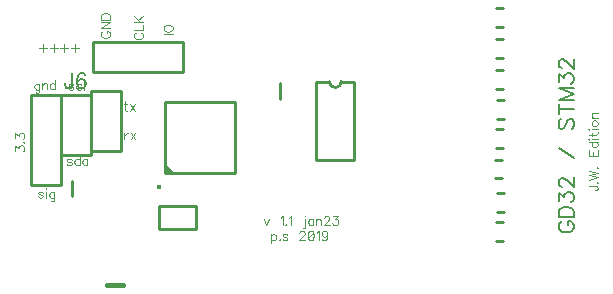
<source format=gto>
G04 DipTrace 3.0.0.2*
G04 gd32f350withholtekregSHUNT.GTO*
%MOIN*%
G04 #@! TF.FileFunction,Legend,Top*
G04 #@! TF.Part,Single*
%ADD10C,0.009843*%
%ADD43C,0.015709*%
%ADD97C,0.00772*%
%ADD98C,0.004632*%
%ADD99C,0.015439*%
%FSLAX26Y26*%
G04*
G70*
G90*
G75*
G01*
G04 TopSilk*
%LPD*%
X1295686Y1153741D2*
D10*
Y1102600D1*
X600076Y779037D2*
Y830178D1*
X970507Y1290371D2*
Y1190371D1*
X670507D1*
Y1290371D2*
Y1190371D1*
X970507Y1290371D2*
X670507D1*
X663038Y928318D2*
X763038D1*
X663038Y1128318D2*
Y928318D1*
Y1128318D2*
X763038D1*
Y928318D1*
X563787Y814664D2*
X463787D1*
Y1114664D1*
X563787D2*
X463787D1*
X563787Y814664D2*
Y1114664D1*
X563150Y914722D2*
X663150D1*
X563150Y1114722D2*
Y914722D1*
Y1114722D2*
X663150D1*
Y914722D1*
X2012882Y1342097D2*
X2036441D1*
X2012882Y1405026D2*
X2036441D1*
X2012882Y1237715D2*
X2036441D1*
X2012882Y1300644D2*
X2036441D1*
X2012882Y1136699D2*
X2036441D1*
X2012882Y1199629D2*
X2036441D1*
X2016249Y1035685D2*
X2039808D1*
X2016249Y1098614D2*
X2039808D1*
X2012882Y938037D2*
X2036441D1*
X2012882Y1000966D2*
X2036441D1*
X2009514Y837022D2*
X2033073D1*
X2009514Y899951D2*
X2033073D1*
X2016249Y725906D2*
X2039808D1*
X2016249Y788835D2*
X2039808D1*
X2012882Y628257D2*
X2036441D1*
X2012882Y691186D2*
X2036441D1*
X1415946Y1159568D2*
Y899708D1*
X1541918Y1159568D2*
Y899708D1*
X1415946D2*
X1541918D1*
X1415946Y1159568D2*
X1459243D1*
X1498620D2*
X1541918D1*
X1459243D2*
G03X1498620Y1159568I19689J-9D01*
G01*
X909812Y856530D2*
X1146033D1*
Y1092829D1*
X909812D1*
Y856530D1*
G36*
D2*
X941308D1*
X909812Y888066D1*
Y856530D1*
G37*
D43*
X892076Y809306D3*
X891123Y743912D2*
D10*
X1016123D1*
Y668912D1*
X891123D1*
Y743912D1*
X601865Y1187945D2*
D97*
Y1149698D1*
X599489Y1142513D1*
X597057Y1140137D1*
X592303Y1137705D1*
X587495D1*
X582742Y1140137D1*
X580365Y1142513D1*
X577933Y1149698D1*
Y1154452D1*
X645989Y1180760D2*
X643613Y1185513D1*
X636428Y1187890D1*
X631674D1*
X624489Y1185513D1*
X619681Y1178328D1*
X617304Y1166390D1*
Y1154452D1*
X619681Y1144890D1*
X624489Y1140081D1*
X631674Y1137705D1*
X634051D1*
X641181Y1140081D1*
X645989Y1144890D1*
X648366Y1152075D1*
Y1154452D1*
X645989Y1161637D1*
X641181Y1166390D1*
X634051Y1168766D1*
X631674D1*
X624489Y1166390D1*
X619681Y1161637D1*
X617304Y1154452D1*
X906145Y1317288D2*
D98*
X936289D1*
X906145Y1335174D2*
X907571Y1332289D1*
X910456Y1329437D1*
X913308Y1327978D1*
X917619Y1326552D1*
X924815D1*
X929093Y1327978D1*
X931978Y1329437D1*
X934830Y1332289D1*
X936289Y1335174D1*
Y1340911D1*
X934830Y1343763D1*
X931978Y1346648D1*
X929093Y1348074D1*
X924815Y1349500D1*
X917619D1*
X913308Y1348074D1*
X910456Y1346648D1*
X907571Y1343763D1*
X906145Y1340911D1*
Y1335174D1*
X814662Y1322973D2*
X811810Y1321547D1*
X808925Y1318662D1*
X807499Y1315810D1*
Y1310073D1*
X808925Y1307188D1*
X811810Y1304336D1*
X814662Y1302877D1*
X818973Y1301451D1*
X826169D1*
X830447Y1302877D1*
X833332Y1304336D1*
X836184Y1307188D1*
X837643Y1310073D1*
Y1315810D1*
X836184Y1318662D1*
X833332Y1321547D1*
X830447Y1322973D1*
X807499Y1332237D2*
X837643D1*
Y1349448D1*
X807499Y1358711D2*
X837643D1*
X807499Y1378807D2*
X827595Y1358711D1*
X820399Y1365874D2*
X837643Y1378807D1*
X704988Y1328264D2*
X702136Y1326839D1*
X699251Y1323953D1*
X697825Y1321102D1*
Y1315365D1*
X699251Y1312480D1*
X702136Y1309628D1*
X704988Y1308168D1*
X709299Y1306743D1*
X716495D1*
X720773Y1308168D1*
X723658Y1309628D1*
X726510Y1312479D1*
X727969Y1315365D1*
Y1321101D1*
X726510Y1323953D1*
X723658Y1326838D1*
X720773Y1328264D1*
X716495D1*
Y1321102D1*
X697825Y1357624D2*
X727969D1*
X697825Y1337528D1*
X727969D1*
X697825Y1366887D2*
X727969D1*
Y1376935D1*
X726510Y1381246D1*
X723658Y1384132D1*
X720773Y1385558D1*
X716495Y1386983D1*
X709299D1*
X704988Y1385558D1*
X702136Y1384132D1*
X699251Y1381247D1*
X697825Y1376935D1*
Y1366887D1*
X776126Y987504D2*
Y967408D1*
Y978882D2*
X777585Y983193D1*
X780437Y986078D1*
X783322Y987504D1*
X787633D1*
X796896D2*
X812681Y967408D1*
Y987504D2*
X796896Y967408D1*
X777883Y1093703D2*
Y1069296D1*
X779309Y1065018D1*
X782194Y1063559D1*
X785046D1*
X773572Y1083655D2*
X783620D1*
X794309D2*
X810094Y1063559D1*
Y1083655D2*
X794309Y1063559D1*
X605947Y1148041D2*
X604521Y1150926D1*
X600210Y1152352D1*
X595899D1*
X591588Y1150926D1*
X590162Y1148041D1*
X591588Y1145189D1*
X594473Y1143730D1*
X601636Y1142304D1*
X604521Y1140878D1*
X605947Y1137993D1*
Y1136567D1*
X604521Y1133715D1*
X600210Y1132256D1*
X595899D1*
X591588Y1133715D1*
X590162Y1136567D1*
X632455Y1148041D2*
X629570Y1150926D1*
X626685Y1152352D1*
X622407D1*
X619522Y1150926D1*
X616670Y1148041D1*
X615211Y1143730D1*
Y1140878D1*
X616670Y1136567D1*
X619522Y1133715D1*
X622407Y1132256D1*
X626685D1*
X629570Y1133715D1*
X632455Y1136567D1*
X641719Y1162400D2*
Y1132256D1*
X599811Y897657D2*
X598385Y900542D1*
X594074Y901968D1*
X589763D1*
X585452Y900542D1*
X584026Y897657D1*
X585452Y894805D1*
X588337Y893346D1*
X595500Y891920D1*
X598385Y890494D1*
X599811Y887609D1*
Y886183D1*
X598385Y883331D1*
X594074Y881872D1*
X589763D1*
X585452Y883331D1*
X584026Y886183D1*
X626285Y912016D2*
Y881872D1*
Y897657D2*
X623433Y900542D1*
X620548Y901968D1*
X616237D1*
X613385Y900542D1*
X610500Y897657D1*
X609074Y893346D1*
Y890494D1*
X610500Y886183D1*
X613385Y883331D1*
X616237Y881872D1*
X620548D1*
X623433Y883331D1*
X626285Y886183D1*
X652760Y901968D2*
Y881872D1*
Y897657D2*
X649908Y900542D1*
X647023Y901968D1*
X642745D1*
X639860Y900542D1*
X637008Y897657D1*
X635549Y893346D1*
Y890494D1*
X637008Y886183D1*
X639860Y883331D1*
X642745Y881872D1*
X647023D1*
X649908Y883331D1*
X652760Y886183D1*
X503854Y788950D2*
X502428Y791835D1*
X498117Y793261D1*
X493806D1*
X489495Y791835D1*
X488069Y788950D1*
X489495Y786098D1*
X492380Y784639D1*
X499543Y783213D1*
X502428Y781787D1*
X503854Y778902D1*
Y777476D1*
X502428Y774624D1*
X498117Y773165D1*
X493806D1*
X489495Y774624D1*
X488069Y777476D1*
X513118Y803309D2*
X514544Y801883D1*
X516003Y803309D1*
X514544Y804768D1*
X513118Y803309D1*
X514544Y793261D2*
Y773165D1*
X542477Y791835D2*
Y768854D1*
X541051Y764576D1*
X539625Y763117D1*
X536740Y761691D1*
X532429D1*
X529577Y763117D1*
X542477Y787524D2*
X539625Y790376D1*
X536740Y791835D1*
X532429D1*
X529577Y790376D1*
X526692Y787524D1*
X525266Y783213D1*
Y780328D1*
X526692Y776050D1*
X529577Y773165D1*
X532429Y771739D1*
X536740D1*
X539625Y773165D1*
X542477Y776050D1*
X412123Y929954D2*
Y945706D1*
X423597Y937117D1*
Y941428D1*
X425023Y944280D1*
X426449Y945706D1*
X430760Y947165D1*
X433612D1*
X437923Y945706D1*
X440808Y942854D1*
X442234Y938543D1*
Y934232D1*
X440808Y929954D1*
X439349Y928528D1*
X436497Y927069D1*
X439349Y957855D2*
X440808Y956429D1*
X442234Y957855D1*
X440808Y959314D1*
X439349Y957855D1*
X412123Y971462D2*
Y987214D1*
X423597Y978625D1*
Y982936D1*
X425023Y985788D1*
X426449Y987214D1*
X430760Y988673D1*
X433612D1*
X437923Y987214D1*
X440808Y984362D1*
X442234Y980051D1*
Y975740D1*
X440808Y971462D1*
X439349Y970036D1*
X436497Y968577D1*
X492735Y1153535D2*
Y1130553D1*
X491310Y1126276D1*
X489884Y1124817D1*
X486999Y1123391D1*
X482687D1*
X479836Y1124817D1*
X492735Y1149224D2*
X489884Y1152075D1*
X486999Y1153535D1*
X482687D1*
X479836Y1152075D1*
X476951Y1149224D1*
X475525Y1144913D1*
Y1142027D1*
X476951Y1137750D1*
X479836Y1134865D1*
X482687Y1133439D1*
X486999D1*
X489884Y1134865D1*
X492735Y1137750D1*
X501999Y1154961D2*
Y1134865D1*
Y1149224D2*
X506310Y1153535D1*
X509195Y1154961D1*
X513473D1*
X516358Y1153535D1*
X517784Y1149224D1*
Y1134865D1*
X544258Y1165009D2*
Y1134865D1*
Y1150649D2*
X541407Y1153535D1*
X538522Y1154961D1*
X534210D1*
X531359Y1153535D1*
X528474Y1150649D1*
X527048Y1146338D1*
Y1143487D1*
X528474Y1139176D1*
X531359Y1136324D1*
X534210Y1134865D1*
X538522D1*
X541407Y1136324D1*
X544258Y1139176D1*
X504784Y1284175D2*
Y1258342D1*
X491884Y1271242D2*
X517717D1*
X539881Y1284175D2*
Y1258342D1*
X526981Y1271242D2*
X552814D1*
X574977Y1284175D2*
Y1258342D1*
X562077Y1271242D2*
X587910D1*
X610074Y1284175D2*
Y1258342D1*
X597174Y1271242D2*
X623007D1*
X717289Y483058D2*
D99*
X772559D1*
X2235351Y693654D2*
D97*
X2230598Y691277D1*
X2225789Y686469D1*
X2223413Y681716D1*
Y672154D1*
X2225789Y667345D1*
X2230598Y662592D1*
X2235351Y660160D1*
X2242536Y657784D1*
X2254530D1*
X2261659Y660160D1*
X2266468Y662592D1*
X2271221Y667345D1*
X2273653Y672154D1*
Y681715D1*
X2271221Y686469D1*
X2266468Y691277D1*
X2261659Y693654D1*
X2254530D1*
Y681715D1*
X2223413Y709093D2*
X2273653D1*
Y725840D1*
X2271221Y733025D1*
X2266468Y737833D1*
X2261659Y740210D1*
X2254530Y742586D1*
X2242536D1*
X2235351Y740210D1*
X2230598Y737833D1*
X2225789Y733025D1*
X2223413Y725840D1*
Y709093D1*
X2223468Y762834D2*
Y789087D1*
X2242591Y774772D1*
Y781957D1*
X2244968Y786710D1*
X2247345Y789087D1*
X2254530Y791519D1*
X2259283D1*
X2266468Y789087D1*
X2271276Y784334D1*
X2273653Y777149D1*
Y769964D1*
X2271276Y762834D1*
X2268844Y760457D1*
X2264091Y758025D1*
X2235406Y809390D2*
X2233030D1*
X2228221Y811767D1*
X2225845Y814143D1*
X2223468Y818952D1*
Y828513D1*
X2225845Y833266D1*
X2228221Y835643D1*
X2233030Y838075D1*
X2237783D1*
X2242591Y835643D1*
X2249721Y830890D1*
X2273653Y806958D1*
Y840451D1*
Y904492D2*
X2223468Y937985D1*
X2230598Y1035518D2*
X2225789Y1030765D1*
X2223413Y1023580D1*
Y1014019D1*
X2225789Y1006834D1*
X2230598Y1002025D1*
X2235351D1*
X2240159Y1004457D1*
X2242536Y1006834D1*
X2244913Y1011587D1*
X2249721Y1025957D1*
X2252098Y1030765D1*
X2254530Y1033142D1*
X2259283Y1035518D1*
X2266468D1*
X2271221Y1030765D1*
X2273653Y1023580D1*
Y1014019D1*
X2271221Y1006834D1*
X2266468Y1002025D1*
X2223413Y1067704D2*
X2273653D1*
X2223413Y1050958D2*
Y1084451D1*
X2273653Y1138137D2*
X2223413D1*
X2273653Y1119014D1*
X2223413Y1099890D1*
X2273653D1*
X2223468Y1158385D2*
Y1184638D1*
X2242591Y1170323D1*
Y1177508D1*
X2244968Y1182261D1*
X2247344Y1184638D1*
X2254530Y1187069D1*
X2259283D1*
X2266468Y1184638D1*
X2271276Y1179884D1*
X2273653Y1172699D1*
Y1165514D1*
X2271276Y1158385D1*
X2268844Y1156008D1*
X2264091Y1153576D1*
X2235406Y1204941D2*
X2233030D1*
X2228221Y1207317D1*
X2225845Y1209694D1*
X2223468Y1214502D1*
Y1224064D1*
X2225845Y1228817D1*
X2228221Y1231194D1*
X2233030Y1233625D1*
X2237783D1*
X2242591Y1231194D1*
X2249721Y1226440D1*
X2273653Y1202509D1*
Y1236002D1*
X1264892Y651710D2*
D98*
Y621566D1*
Y647399D2*
X1267777Y650251D1*
X1270629Y651710D1*
X1274940D1*
X1277825Y650251D1*
X1280677Y647399D1*
X1282136Y643088D1*
Y640203D1*
X1280677Y635925D1*
X1277825Y633040D1*
X1274940Y631614D1*
X1270629D1*
X1267777Y633040D1*
X1264892Y635925D1*
X1292825Y634499D2*
X1291399Y633040D1*
X1292825Y631614D1*
X1294284Y633040D1*
X1292825Y634499D1*
X1319333Y647399D2*
X1317907Y650284D1*
X1313596Y651710D1*
X1309285D1*
X1304974Y650284D1*
X1303548Y647399D1*
X1304974Y644547D1*
X1307859Y643088D1*
X1315022Y641662D1*
X1317907Y640236D1*
X1319333Y637351D1*
Y635925D1*
X1317907Y633073D1*
X1313596Y631614D1*
X1309285D1*
X1304974Y633073D1*
X1303548Y635925D1*
X1359216Y654562D2*
Y655988D1*
X1360642Y658873D1*
X1362068Y660299D1*
X1364953Y661725D1*
X1370690D1*
X1373542Y660299D1*
X1374968Y658873D1*
X1376427Y655988D1*
Y653136D1*
X1374968Y650251D1*
X1372116Y645973D1*
X1357757Y631614D1*
X1377853D1*
X1395739Y661725D2*
X1391427Y660299D1*
X1388542Y655988D1*
X1387116Y648825D1*
Y644514D1*
X1388542Y637351D1*
X1391427Y633040D1*
X1395739Y631614D1*
X1398590D1*
X1402901Y633040D1*
X1405753Y637351D1*
X1407212Y644514D1*
Y648825D1*
X1405753Y655988D1*
X1402901Y660299D1*
X1398590Y661725D1*
X1395739D1*
X1405753Y655988D2*
X1388542Y637351D1*
X1416476Y655988D2*
X1419361Y657447D1*
X1423672Y661725D1*
Y631614D1*
X1451606Y651710D2*
X1450147Y647399D1*
X1447295Y644514D1*
X1442984Y643088D1*
X1441558D1*
X1437247Y644514D1*
X1434395Y647399D1*
X1432936Y651710D1*
Y653136D1*
X1434395Y657447D1*
X1437247Y660299D1*
X1441558Y661725D1*
X1442984D1*
X1447295Y660299D1*
X1450147Y657447D1*
X1451606Y651710D1*
Y644514D1*
X1450147Y637351D1*
X1447295Y633040D1*
X1442984Y631614D1*
X1440132D1*
X1435821Y633040D1*
X1434395Y635925D1*
X1240683Y701976D2*
X1249306Y681880D1*
X1257894Y701976D1*
X1296319Y706254D2*
X1299204Y707713D1*
X1303515Y711991D1*
Y681880D1*
X1314204Y684765D2*
X1312778Y683306D1*
X1314204Y681880D1*
X1315663Y683306D1*
X1314204Y684765D1*
X1324927Y706254D2*
X1327812Y707713D1*
X1332123Y711991D1*
Y681880D1*
X1376284Y712058D2*
X1377743Y710632D1*
X1379169Y712058D1*
X1377743Y713483D1*
X1376284Y712058D1*
X1377743Y702010D2*
Y677603D1*
X1376284Y673291D1*
X1373432Y671866D1*
X1370547D1*
X1405644Y701976D2*
Y681880D1*
Y697665D2*
X1402792Y700550D1*
X1399907Y701976D1*
X1395629D1*
X1392744Y700550D1*
X1389892Y697665D1*
X1388433Y693354D1*
Y690502D1*
X1389892Y686191D1*
X1392744Y683339D1*
X1395629Y681880D1*
X1399907D1*
X1402792Y683339D1*
X1405644Y686191D1*
X1414907Y701976D2*
Y681880D1*
Y696239D2*
X1419218Y700550D1*
X1422103Y701976D1*
X1426381D1*
X1429266Y700550D1*
X1430692Y696239D1*
Y681880D1*
X1441415Y704828D2*
Y706254D1*
X1442841Y709139D1*
X1444267Y710565D1*
X1447152Y711991D1*
X1452889D1*
X1455741Y710565D1*
X1457167Y709139D1*
X1458626Y706254D1*
Y703402D1*
X1457167Y700517D1*
X1454315Y696239D1*
X1439956Y681880D1*
X1460052D1*
X1472200Y711991D2*
X1487952D1*
X1479363Y700517D1*
X1483674D1*
X1486526Y699091D1*
X1487952Y697665D1*
X1489411Y693354D1*
Y690502D1*
X1487952Y686191D1*
X1485100Y683306D1*
X1480789Y681880D1*
X1476478D1*
X1472200Y683306D1*
X1470774Y684765D1*
X1469315Y687617D1*
X2322973Y811760D2*
X2345921D1*
X2350232Y810334D1*
X2351658Y808875D1*
X2353117Y806023D1*
Y803138D1*
X2351658Y800286D1*
X2350232Y798860D1*
X2345921Y797401D1*
X2343069D1*
X2350232Y822449D2*
X2351691Y821023D1*
X2353117Y822449D1*
X2351691Y823908D1*
X2350232Y822449D1*
X2322973Y833172D2*
X2353117Y840368D1*
X2322973Y847531D1*
X2353117Y854694D1*
X2322973Y861890D1*
X2350232Y872579D2*
X2351691Y871153D1*
X2353117Y872579D1*
X2351691Y874038D1*
X2350232Y872579D1*
X2322973Y931099D2*
Y912463D1*
X2353117D1*
Y931099D1*
X2337332Y912463D2*
Y923937D1*
X2322973Y957574D2*
X2353117D1*
X2337332D2*
X2334447Y954722D1*
X2333021Y951837D1*
Y947526D1*
X2334447Y944674D1*
X2337332Y941789D1*
X2341643Y940363D1*
X2344495D1*
X2348806Y941789D1*
X2351658Y944674D1*
X2353117Y947526D1*
Y951837D1*
X2351658Y954722D1*
X2348806Y957574D1*
X2322973Y966837D2*
X2324399Y968263D1*
X2322973Y969723D1*
X2321514Y968263D1*
X2322973Y966837D1*
X2333021Y968263D2*
X2353117D1*
X2322973Y983297D2*
X2347380D1*
X2351658Y984723D1*
X2353117Y987608D1*
Y990460D1*
X2333021Y978986D2*
Y989034D1*
X2322973Y999724D2*
X2324399Y1001150D1*
X2322973Y1002609D1*
X2321514Y1001150D1*
X2322973Y999724D1*
X2333021Y1001150D2*
X2353117D1*
X2333021Y1019035D2*
X2334447Y1016183D1*
X2337332Y1013298D1*
X2341643Y1011872D1*
X2344495D1*
X2348806Y1013298D1*
X2351658Y1016183D1*
X2353117Y1019035D1*
Y1023346D1*
X2351658Y1026231D1*
X2348806Y1029083D1*
X2344495Y1030542D1*
X2341643D1*
X2337332Y1029083D1*
X2334447Y1026231D1*
X2333021Y1023346D1*
Y1019035D1*
Y1039806D2*
X2353117D1*
X2338758D2*
X2334447Y1044117D1*
X2333021Y1047002D1*
Y1051280D1*
X2334447Y1054165D1*
X2338758Y1055591D1*
X2353117D1*
M02*

</source>
